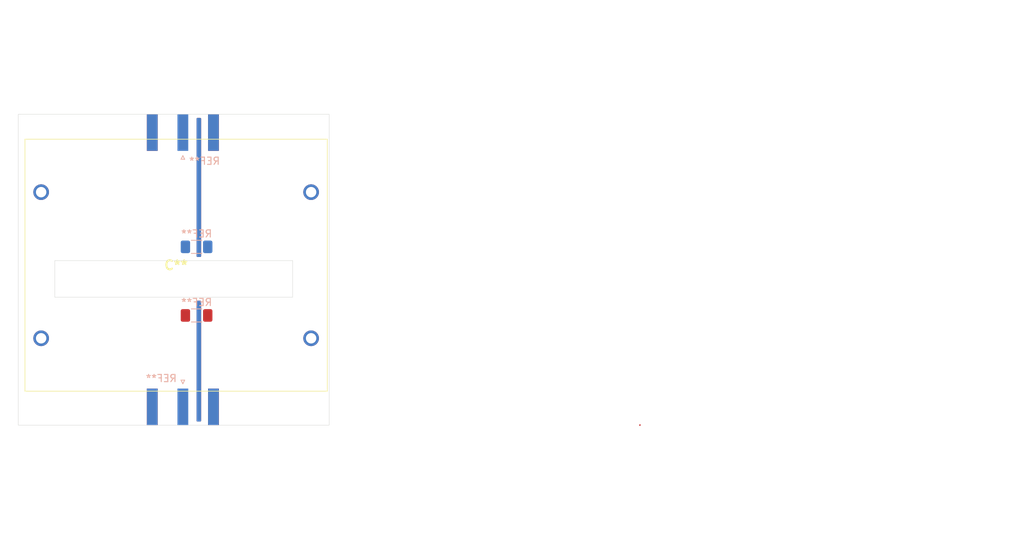
<source format=kicad_pcb>
(kicad_pcb (version 20240108) (generator "pcbnew") (generator_version "8.0")
  (layers (0 "F.Cu" signal) (31 "B.Cu" signal) (34 "B.Paste" user) (35 "F.Paste" user) (36 "B.SilkS" user "B.Silkscreen") (37 "F.SilkS" user "F.Silkscreen") (38 "B.Mask" user) (39 "F.Mask" user) (44 "Edge.Cuts" user))
  (net 0 "")
  (footprint "Library:C4AQIBW5400A3OJ" (layer "F.Cu") (at 71.755 84.455)
    (property "Reference" "C**" (at 18.75 -10.15 0) (layer "F.SilkS") (effects (font (size 1.27 1.27) (thickness 0.254))))
    (property "Value" "C4AQIBW5400A3OJ" (hide yes))
    (fp_line (start -2.25 -27.65) (end 39.75 -27.65) (stroke (width 0.1)) (layer "F.SilkS"))
    (fp_line (start -2.25 7.35) (end -2.25 -27.65) (stroke (width 0.1)) (layer "F.SilkS"))
    (fp_line (start 39.75 -27.65) (end 39.75 7.35) (stroke (width 0.1)) (layer "F.SilkS"))
    (fp_line (start 39.75 7.35) (end -2.25 7.35) (stroke (width 0.1)) (layer "F.SilkS"))
    (pad "1" thru_hole circle (at 0 0) (size 2.175 2.175) (drill 1.45) (layers "*.Cu" "*.Mask"))
    (pad "2" thru_hole circle (at 37.5 0) (size 2.175 2.175) (drill 1.45) (layers "*.Cu" "*.Mask"))
    (pad "3" thru_hole circle (at 37.5 -20.3) (size 2.175 2.175) (drill 1.45) (layers "*.Cu" "*.Mask"))
    (pad "4" thru_hole circle (at 0 -20.3) (size 2.175 2.175) (drill 1.45) (layers "*.Cu" "*.Mask"))
  )
  (footprint "Resistor_SMD:R_1206_3216Metric_Pad1.30x1.75mm_HandSolder" (layer "B.Cu") (at 93.345 81.28 180)
    (property "Reference" "REF**" (at 0 1.82 180) (layer "B.SilkS") (effects (justify mirror)))
    (property "Value" "R_1206_3216Metric_Pad1.30x1.75mm_HandSolder")
    (fp_line (start 0.727064 0.91) (end -0.727064 0.91) (stroke (width 0.12)) (layer "B.SilkS"))
    (fp_line (start 0.727064 -0.91) (end -0.727064 -0.91) (stroke (width 0.12)) (layer "B.SilkS"))
    (pad "1" smd roundrect (at -1.55 0 180) (size 1.3 1.75) (layers "F.Cu" "B.Paste" "B.Mask") (roundrect_rratio 0.192308))
    (pad "2" smd roundrect (at 1.55 0 180) (size 1.3 1.75) (layers "F.Cu" "B.Paste" "B.Mask") (roundrect_rratio 0.192308))
  )
  (footprint "Resistor_SMD:R_1206_3216Metric_Pad1.30x1.75mm_HandSolder" (layer "B.Cu") (at 93.345 71.755 180)
    (property "Reference" "REF**" (at 0 1.82 180) (layer "B.SilkS") (effects (justify mirror)))
    (property "Value" "R_1206_3216Metric_Pad1.30x1.75mm_HandSolder")
    (fp_line (start 0.727064 0.91) (end -0.727064 0.91) (stroke (width 0.12)) (layer "B.SilkS"))
    (fp_line (start 0.727064 -0.91) (end -0.727064 -0.91) (stroke (width 0.12)) (layer "B.SilkS"))
    (pad "1" smd roundrect (at -1.55 0 180) (size 1.3 1.75) (layers "B.Cu" "B.Paste" "B.Mask") (roundrect_rratio 0.192308))
    (pad "2" smd roundrect (at 1.55 0 180) (size 1.3 1.75) (layers "B.Cu" "B.Paste" "B.Mask") (roundrect_rratio 0.192308))
  )
  (footprint "Connector_Coaxial:SMA_Amphenol_132289_EdgeMount" (layer "B.Cu") (at 91.44 55.88 90)
    (property "Reference" "REF**" (at -3.96 3 0) (layer "B.SilkS") (effects (justify mirror)))
    (property "Value" "SMA_Amphenol_132289_EdgeMount")
    (fp_line (start -3.71 -0.25) (end -3.71 0.25) (stroke (width 0.12)) (layer "B.SilkS"))
    (fp_line (start -3.21 0) (end -3.71 -0.25) (stroke (width 0.12)) (layer "B.SilkS"))
    (fp_line (start -3.71 0.25) (end -3.21 0) (stroke (width 0.12)) (layer "B.SilkS"))
    (pad "1" smd rect (at 0 0) (size 1.5 5.08) (layers "B.Cu" "B.Paste" "B.Mask"))
    (pad "2" smd rect (at 0 -4.25) (size 1.5 5.08) (layers "F.Cu" "F.Paste" "F.Mask"))
    (pad "2" smd rect (at 0 -4.25) (size 1.5 5.08) (layers "B.Cu" "B.Paste" "B.Mask"))
    (pad "2" smd rect (at 0 4.25) (size 1.5 5.08) (layers "F.Cu" "F.Paste" "F.Mask"))
    (pad "2" smd rect (at 0 4.25) (size 1.5 5.08) (layers "B.Cu" "B.Paste" "B.Mask"))
  )
  (footprint "Connector_Coaxial:SMA_Amphenol_132289_EdgeMount" (layer "B.Cu") (at 91.44 93.98 -90)
    (property "Reference" "REF**" (at -3.96 3 180) (layer "B.SilkS") (effects (justify mirror)))
    (property "Value" "SMA_Amphenol_132289_EdgeMount")
    (fp_line (start -3.71 0.25) (end -3.21 0) (stroke (width 0.12)) (layer "B.SilkS"))
    (fp_line (start -3.21 0) (end -3.71 -0.25) (stroke (width 0.12)) (layer "B.SilkS"))
    (fp_line (start -3.71 -0.25) (end -3.71 0.25) (stroke (width 0.12)) (layer "B.SilkS"))
    (pad "1" smd rect (at 0 0 180) (size 1.5 5.08) (layers "B.Cu" "B.Paste" "B.Mask"))
    (pad "2" smd rect (at 0 -4.25 180) (size 1.5 5.08) (layers "F.Cu" "F.Paste" "F.Mask"))
    (pad "2" smd rect (at 0 -4.25 180) (size 1.5 5.08) (layers "B.Cu" "B.Paste" "B.Mask"))
    (pad "2" smd rect (at 0 4.25 180) (size 1.5 5.08) (layers "F.Cu" "F.Paste" "F.Mask"))
    (pad "2" smd rect (at 0 4.25 180) (size 1.5 5.08) (layers "B.Cu" "B.Paste" "B.Mask"))
  )
  (gr_line (start 106.68 78.74) (end 73.66 78.74) (stroke (width 0.05)) (layer "Edge.Cuts"))
  (gr_rect (start 68.58 53.34) (end 111.76 96.52) (stroke (width 0.05)) (fill none) (layer "Edge.Cuts"))
  (gr_line (start 73.66 73.66) (end 106.68 73.66) (stroke (width 0.05)) (layer "Edge.Cuts"))
  (gr_line (start 106.68 73.66) (end 106.68 78.74) (stroke (width 0.05)) (layer "Edge.Cuts"))
  (gr_line (start 73.66 78.74) (end 73.66 73.66) (stroke (width 0.05)) (layer "Edge.Cuts"))
  (segment (start 154.92 96.52) (end 154.94 96.5) (width 0.2) (layer "F.Cu") (net 0))
  (zone (net 0) (net_name "") (layers "F&B.Cu") (connect_pads (clearance 0)) (min_thickness 0.25) (fill yes (thermal_gap 0.5) (thermal_bridge_width 0.5) (island_removal_mode 1) (island_area_min 10))
    (polygon (pts (xy 93.98 108.585) (xy 93.98 37.465) (xy 93.345 37.465) (xy 93.345 108.585)))
  )
)
</source>
